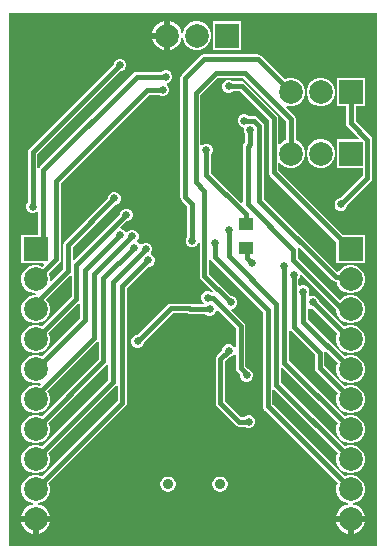
<source format=gbl>
G04*
G04 #@! TF.GenerationSoftware,Altium Limited,Altium Designer,23.7.1 (13)*
G04*
G04 Layer_Physical_Order=2*
G04 Layer_Color=8421376*
%FSLAX25Y25*%
%MOIN*%
G70*
G04*
G04 #@! TF.SameCoordinates,3E470AC7-ECF9-48F6-9F6D-68BDDA74D969*
G04*
G04*
G04 #@! TF.FilePolarity,Positive*
G04*
G01*
G75*
%ADD32R,0.04921X0.03937*%
%ADD40C,0.01575*%
%ADD41C,0.01500*%
%ADD42C,0.03543*%
%ADD43C,0.07874*%
%ADD44R,0.07874X0.07874*%
%ADD45R,0.07874X0.07874*%
%ADD46C,0.02677*%
G36*
X138678Y1204D02*
X16204D01*
X16204Y178796D01*
X138678D01*
X138678Y1204D01*
D02*
G37*
%LPC*%
G36*
X67740Y176103D02*
X66835Y175860D01*
X65709Y175210D01*
X64790Y174291D01*
X64140Y173166D01*
X63897Y172260D01*
X67740D01*
Y176103D01*
D02*
G37*
G36*
X93465Y175984D02*
X84016D01*
Y166535D01*
X93465D01*
Y175984D01*
D02*
G37*
G36*
X69740Y176103D02*
Y171260D01*
Y166417D01*
X70646Y166659D01*
X71772Y167309D01*
X72691Y168228D01*
X73341Y169354D01*
X73591Y170290D01*
X74109D01*
X74338Y169436D01*
X74960Y168359D01*
X75839Y167479D01*
X76917Y166857D01*
X78118Y166535D01*
X79362D01*
X80564Y166857D01*
X81641Y167479D01*
X82521Y168359D01*
X83143Y169436D01*
X83465Y170638D01*
Y171882D01*
X83143Y173083D01*
X82521Y174161D01*
X81641Y175040D01*
X80564Y175662D01*
X79362Y175984D01*
X78118D01*
X76917Y175662D01*
X75839Y175040D01*
X74960Y174161D01*
X74338Y173083D01*
X74109Y172230D01*
X73591D01*
X73341Y173166D01*
X72691Y174291D01*
X71772Y175210D01*
X70646Y175860D01*
X69740Y176103D01*
D02*
G37*
G36*
X67740Y170260D02*
X63897D01*
X64140Y169354D01*
X64790Y168228D01*
X65709Y167309D01*
X66835Y166659D01*
X67740Y166417D01*
Y170260D01*
D02*
G37*
G36*
X53572Y163543D02*
X52727D01*
X51945Y163220D01*
X51347Y162622D01*
X51024Y161840D01*
Y161562D01*
X22880Y133419D01*
X22532Y132898D01*
X22410Y132283D01*
X22410Y132283D01*
Y115574D01*
X22213Y115377D01*
X21890Y114596D01*
Y113750D01*
X22213Y112969D01*
X22812Y112371D01*
X23593Y112047D01*
X24439D01*
X25220Y112371D01*
X25453Y112604D01*
X25953Y112397D01*
Y104724D01*
X20276D01*
Y95276D01*
X27453D01*
X27644Y94814D01*
X27083Y94253D01*
X26824Y94402D01*
X25622Y94724D01*
X24378D01*
X23176Y94402D01*
X22099Y93780D01*
X21219Y92901D01*
X20598Y91824D01*
X20276Y90622D01*
Y89378D01*
X20598Y88176D01*
X21219Y87099D01*
X22099Y86220D01*
X23176Y85598D01*
X24378Y85276D01*
X24720D01*
X25003Y84776D01*
X24972Y84724D01*
X24378D01*
X23176Y84402D01*
X22099Y83780D01*
X21219Y82901D01*
X20598Y81824D01*
X20276Y80622D01*
Y79378D01*
X20598Y78176D01*
X21219Y77099D01*
X22099Y76219D01*
X23176Y75598D01*
X24378Y75276D01*
X25622D01*
X26824Y75598D01*
X27901Y76219D01*
X28780Y77099D01*
X29402Y78176D01*
X29724Y79378D01*
Y80622D01*
X29402Y81824D01*
X28780Y82901D01*
X28433Y83249D01*
X36477Y91293D01*
X36977Y91086D01*
Y84248D01*
X27019Y74290D01*
X26824Y74402D01*
X25622Y74724D01*
X24378D01*
X23176Y74402D01*
X22099Y73781D01*
X21219Y72901D01*
X20598Y71824D01*
X20276Y70622D01*
Y69378D01*
X20598Y68176D01*
X21219Y67099D01*
X22099Y66220D01*
X23176Y65598D01*
X24378Y65276D01*
X25622D01*
X26824Y65598D01*
X27901Y66220D01*
X28780Y67099D01*
X29402Y68176D01*
X29724Y69378D01*
Y70622D01*
X29402Y71824D01*
X29290Y72019D01*
X39233Y81962D01*
X39733Y81755D01*
Y77004D01*
X27019Y64290D01*
X26824Y64402D01*
X25622Y64724D01*
X24378D01*
X23176Y64402D01*
X22099Y63780D01*
X21219Y62901D01*
X20598Y61824D01*
X20276Y60622D01*
Y59378D01*
X20598Y58176D01*
X21219Y57099D01*
X22099Y56220D01*
X23176Y55598D01*
X24378Y55276D01*
X25622D01*
X26567Y55529D01*
X26825Y55080D01*
X26290Y54545D01*
X25622Y54724D01*
X24378D01*
X23176Y54402D01*
X22099Y53781D01*
X21219Y52901D01*
X20598Y51824D01*
X20276Y50622D01*
Y49378D01*
X20598Y48176D01*
X21219Y47099D01*
X22099Y46220D01*
X23176Y45598D01*
X24378Y45276D01*
X25622D01*
X26824Y45598D01*
X27901Y46220D01*
X28780Y47099D01*
X29402Y48176D01*
X29724Y49378D01*
Y50622D01*
X29402Y51824D01*
X28929Y52643D01*
X45532Y69246D01*
X45889Y69153D01*
X46032Y69055D01*
Y63303D01*
X27019Y44290D01*
X26824Y44402D01*
X25622Y44724D01*
X24378D01*
X23176Y44402D01*
X22099Y43780D01*
X21219Y42901D01*
X20598Y41824D01*
X20276Y40622D01*
Y39378D01*
X20598Y38176D01*
X21219Y37099D01*
X22099Y36219D01*
X23176Y35598D01*
X24378Y35276D01*
X25622D01*
X26824Y35598D01*
X27901Y36219D01*
X28780Y37099D01*
X29402Y38176D01*
X29724Y39378D01*
Y40622D01*
X29402Y41824D01*
X29290Y42019D01*
X48682Y61411D01*
X49039Y61319D01*
X49182Y61220D01*
Y56453D01*
X27019Y34290D01*
X26824Y34402D01*
X25622Y34724D01*
X24378D01*
X23176Y34402D01*
X22099Y33781D01*
X21219Y32901D01*
X20598Y31824D01*
X20276Y30622D01*
Y29378D01*
X20598Y28176D01*
X21219Y27099D01*
X22099Y26219D01*
X23176Y25598D01*
X24378Y25276D01*
X25622D01*
X26824Y25598D01*
X27901Y26219D01*
X28780Y27099D01*
X29402Y28176D01*
X29724Y29378D01*
Y30622D01*
X29402Y31824D01*
X29290Y32019D01*
X51816Y54545D01*
X52238Y54417D01*
X52316Y54359D01*
Y49586D01*
X27019Y24290D01*
X26824Y24402D01*
X25622Y24724D01*
X24378D01*
X23176Y24402D01*
X22099Y23780D01*
X21219Y22901D01*
X20598Y21824D01*
X20276Y20622D01*
Y19378D01*
X20598Y18176D01*
X21219Y17099D01*
X22099Y16219D01*
X23176Y15598D01*
X24030Y15369D01*
Y14851D01*
X23094Y14601D01*
X21969Y13951D01*
X21049Y13031D01*
X20399Y11906D01*
X20157Y11000D01*
X25000D01*
X29843D01*
X29601Y11906D01*
X28951Y13031D01*
X28031Y13951D01*
X26906Y14601D01*
X25970Y14851D01*
Y15369D01*
X26824Y15598D01*
X27901Y16219D01*
X28780Y17099D01*
X29402Y18176D01*
X29724Y19378D01*
Y20622D01*
X29402Y21824D01*
X29290Y22019D01*
X55057Y47786D01*
X55057Y47786D01*
X55405Y48307D01*
X55527Y48921D01*
X55527Y48921D01*
Y87037D01*
X62743Y94253D01*
X63021D01*
X63803Y94576D01*
X64401Y95174D01*
X64724Y95956D01*
Y96802D01*
X64401Y97583D01*
X63803Y98181D01*
X63618Y98258D01*
X63520Y98748D01*
X63613Y98841D01*
X63937Y99623D01*
Y100468D01*
X63613Y101250D01*
X63015Y101848D01*
X62234Y102172D01*
X61388D01*
X60607Y101848D01*
X60308Y101549D01*
X59718Y101666D01*
X59676Y101767D01*
X59078Y102365D01*
X58893Y102442D01*
X58796Y102932D01*
X58990Y103126D01*
X59314Y103908D01*
Y104754D01*
X58990Y105535D01*
X58392Y106133D01*
X57611Y106457D01*
X56765D01*
X55984Y106133D01*
X55584Y105733D01*
X55005Y105823D01*
X54952Y105951D01*
X54354Y106549D01*
X53572Y106873D01*
X53498D01*
X53306Y107335D01*
X55244Y109273D01*
X55684D01*
X56465Y109596D01*
X57063Y110194D01*
X57387Y110976D01*
Y111821D01*
X57063Y112603D01*
X56465Y113201D01*
X55684Y113524D01*
X54838D01*
X54057Y113201D01*
X53458Y112603D01*
X53135Y111821D01*
Y111705D01*
X37932Y96502D01*
X37432Y96710D01*
Y100910D01*
X51326Y114803D01*
X51604D01*
X52385Y115127D01*
X52983Y115725D01*
X53307Y116506D01*
Y117352D01*
X52983Y118133D01*
X52385Y118731D01*
X51604Y119055D01*
X50758D01*
X49977Y118731D01*
X49379Y118133D01*
X49055Y117352D01*
Y117074D01*
X34691Y102710D01*
X34343Y102189D01*
X34221Y101575D01*
X34221Y101575D01*
Y93578D01*
X30224Y89582D01*
X29724Y89789D01*
Y90622D01*
X29402Y91824D01*
X29327Y91955D01*
X33025Y95653D01*
X33025Y95653D01*
X33373Y96174D01*
X33495Y96789D01*
X33495Y96789D01*
Y122170D01*
X62870Y151544D01*
X66005D01*
X66201Y151347D01*
X66983Y151024D01*
X67828D01*
X68610Y151347D01*
X69208Y151945D01*
X69532Y152727D01*
Y153572D01*
X69208Y154354D01*
X68707Y154854D01*
X68833Y155310D01*
X68861Y155354D01*
X68927D01*
X69708Y155678D01*
X70306Y156276D01*
X70630Y157057D01*
Y157903D01*
X70306Y158685D01*
X69708Y159283D01*
X68927Y159606D01*
X68081D01*
X67300Y159283D01*
X67103Y159086D01*
X58662D01*
X58661Y159086D01*
X58047Y158964D01*
X57526Y158616D01*
X57526Y158616D01*
X26424Y127513D01*
X26121Y127061D01*
X25844Y127070D01*
X25621Y127144D01*
Y131618D01*
X53294Y159291D01*
X53572D01*
X54354Y159615D01*
X54952Y160213D01*
X55276Y160994D01*
Y161840D01*
X54952Y162622D01*
X54354Y163220D01*
X53572Y163543D01*
D02*
G37*
G36*
X120701Y157087D02*
X119457D01*
X118255Y156765D01*
X117178Y156143D01*
X116298Y155263D01*
X115676Y154186D01*
X115354Y152984D01*
Y151740D01*
X115676Y150539D01*
X116298Y149461D01*
X117178Y148582D01*
X118255Y147960D01*
X119457Y147638D01*
X120701D01*
X121902Y147960D01*
X122980Y148582D01*
X123859Y149461D01*
X124481Y150539D01*
X124803Y151740D01*
Y152984D01*
X124481Y154186D01*
X123859Y155263D01*
X122980Y156143D01*
X121902Y156765D01*
X120701Y157087D01*
D02*
G37*
G36*
X99055Y164991D02*
X99055Y164991D01*
X81102D01*
X80488Y164869D01*
X79967Y164521D01*
X79967Y164521D01*
X73668Y158222D01*
X73320Y157701D01*
X73198Y157087D01*
X73198Y157087D01*
Y117323D01*
X73198Y117323D01*
X73320Y116708D01*
X73668Y116188D01*
X75560Y114296D01*
Y104157D01*
X75363Y103960D01*
X75039Y103179D01*
Y102333D01*
X75363Y101552D01*
X75961Y100954D01*
X76743Y100630D01*
X77588D01*
X78370Y100954D01*
X78968Y101552D01*
X79178Y102059D01*
X79678Y101960D01*
Y91158D01*
X79678Y91158D01*
X79800Y90543D01*
X80148Y90022D01*
X84117Y86054D01*
X83928Y85535D01*
X83730Y85517D01*
X83537Y85710D01*
X82756Y86033D01*
X81910D01*
X81128Y85710D01*
X80530Y85112D01*
X80207Y84330D01*
Y83485D01*
X80530Y82703D01*
X81128Y82105D01*
X81151Y82096D01*
X81051Y81596D01*
X77122D01*
X76872Y81763D01*
X76272Y81883D01*
X70079D01*
X69479Y81763D01*
X68970Y81423D01*
X58964Y71417D01*
X58632D01*
X57851Y71094D01*
X57253Y70496D01*
X56929Y69714D01*
Y68868D01*
X57253Y68087D01*
X57851Y67489D01*
X58632Y67165D01*
X59478D01*
X60259Y67489D01*
X60857Y68087D01*
X61181Y68868D01*
Y69200D01*
X70728Y78747D01*
X75709D01*
X75959Y78580D01*
X76559Y78461D01*
X81632D01*
X81867Y78226D01*
X82648Y77902D01*
X83494D01*
X84275Y78226D01*
X84873Y78824D01*
X85180Y79565D01*
X85659Y79794D01*
X91701Y73751D01*
Y67375D01*
X91201Y67276D01*
X91172Y67346D01*
X90574Y67944D01*
X89793Y68268D01*
X88947D01*
X88166Y67944D01*
X87568Y67346D01*
X87244Y66565D01*
Y66286D01*
X85479Y64521D01*
X85131Y64000D01*
X85009Y63386D01*
X85009Y63386D01*
Y48819D01*
X85009Y48819D01*
X85131Y48204D01*
X85479Y47684D01*
X91778Y41384D01*
X91778Y41384D01*
X92299Y41036D01*
X92913Y40914D01*
X92913Y40914D01*
X94662D01*
X94859Y40717D01*
X95640Y40394D01*
X96486D01*
X97267Y40717D01*
X97865Y41315D01*
X98189Y42097D01*
Y42943D01*
X97865Y43724D01*
X97267Y44322D01*
X96486Y44646D01*
X95640D01*
X94859Y44322D01*
X94662Y44125D01*
X93578D01*
X88220Y49484D01*
Y62721D01*
X89515Y64016D01*
X89793D01*
X90574Y64339D01*
X91172Y64938D01*
X91201Y65008D01*
X91701Y64908D01*
Y60442D01*
X91701Y60442D01*
X91824Y59828D01*
X92172Y59307D01*
X93300Y58178D01*
Y57602D01*
X93624Y56820D01*
X94222Y56222D01*
X95003Y55899D01*
X95849D01*
X96631Y56222D01*
X97229Y56820D01*
X97552Y57602D01*
Y58448D01*
X97229Y59229D01*
X96631Y59827D01*
X95884Y60136D01*
X94913Y61107D01*
Y74416D01*
X94913Y74416D01*
X94791Y75030D01*
X94442Y75551D01*
X94442Y75551D01*
X90298Y79695D01*
X90490Y80158D01*
X90580D01*
X91362Y80481D01*
X91960Y81079D01*
X92283Y81861D01*
Y82706D01*
X91960Y83488D01*
X91362Y84086D01*
X90580Y84409D01*
X90302D01*
X82889Y91823D01*
Y96581D01*
X83389Y96733D01*
X83609Y96404D01*
X100757Y79256D01*
Y47638D01*
X100757Y47638D01*
X100879Y47023D01*
X101227Y46502D01*
X125710Y22019D01*
X125598Y21824D01*
X125276Y20622D01*
Y19378D01*
X125598Y18176D01*
X126219Y17099D01*
X127099Y16219D01*
X128176Y15598D01*
X129030Y15369D01*
Y14851D01*
X128094Y14601D01*
X126969Y13951D01*
X126049Y13031D01*
X125399Y11906D01*
X125157Y11000D01*
X130000D01*
X134843D01*
X134601Y11906D01*
X133951Y13031D01*
X133031Y13951D01*
X131906Y14601D01*
X130970Y14851D01*
Y15369D01*
X131824Y15598D01*
X132901Y16219D01*
X133781Y17099D01*
X134402Y18176D01*
X134724Y19378D01*
Y20622D01*
X134402Y21824D01*
X133781Y22901D01*
X132901Y23780D01*
X131824Y24402D01*
X130622Y24724D01*
X129378D01*
X128176Y24402D01*
X127981Y24290D01*
X103968Y48303D01*
Y53054D01*
X104468Y53261D01*
X125710Y32019D01*
X125598Y31824D01*
X125276Y30622D01*
Y29378D01*
X125598Y28176D01*
X126219Y27099D01*
X127099Y26219D01*
X128176Y25598D01*
X129378Y25276D01*
X130622D01*
X131824Y25598D01*
X132901Y26219D01*
X133781Y27099D01*
X134402Y28176D01*
X134724Y29378D01*
Y30622D01*
X134402Y31824D01*
X133781Y32901D01*
X132901Y33781D01*
X131824Y34402D01*
X130622Y34724D01*
X129378D01*
X128176Y34402D01*
X127981Y34290D01*
X106724Y55547D01*
Y60298D01*
X107224Y60505D01*
X125710Y42019D01*
X125598Y41824D01*
X125276Y40622D01*
Y39378D01*
X125598Y38176D01*
X126219Y37099D01*
X127099Y36219D01*
X128176Y35598D01*
X129378Y35276D01*
X130622D01*
X131824Y35598D01*
X132901Y36219D01*
X133781Y37099D01*
X134402Y38176D01*
X134724Y39378D01*
Y40622D01*
X134402Y41824D01*
X133781Y42901D01*
X132901Y43780D01*
X131824Y44402D01*
X130622Y44724D01*
X129378D01*
X128176Y44402D01*
X127981Y44290D01*
X109480Y62791D01*
Y72792D01*
X109623Y72891D01*
X109980Y72983D01*
X118079Y64884D01*
Y60315D01*
X118079Y60315D01*
X118202Y59701D01*
X118550Y59180D01*
X125710Y52019D01*
X125598Y51824D01*
X125276Y50622D01*
Y49378D01*
X125598Y48176D01*
X126219Y47099D01*
X127099Y46220D01*
X128176Y45598D01*
X129378Y45276D01*
X130622D01*
X131824Y45598D01*
X132901Y46220D01*
X133781Y47099D01*
X134402Y48176D01*
X134724Y49378D01*
Y50622D01*
X134402Y51824D01*
X133781Y52901D01*
X132901Y53781D01*
X131824Y54402D01*
X130622Y54724D01*
X129378D01*
X128176Y54402D01*
X127981Y54290D01*
X121291Y60980D01*
Y65549D01*
X121291Y65549D01*
X121245Y65777D01*
X121706Y66023D01*
X125710Y62019D01*
X125598Y61824D01*
X125276Y60622D01*
Y59378D01*
X125598Y58176D01*
X126219Y57099D01*
X127099Y56220D01*
X128176Y55598D01*
X129378Y55276D01*
X130622D01*
X131824Y55598D01*
X132901Y56220D01*
X133781Y57099D01*
X134402Y58176D01*
X134724Y59378D01*
Y60622D01*
X134402Y61824D01*
X133781Y62901D01*
X132901Y63780D01*
X131824Y64402D01*
X130622Y64724D01*
X129378D01*
X128176Y64402D01*
X127981Y64290D01*
X115779Y76492D01*
Y80168D01*
X116279Y80415D01*
X116900Y80158D01*
X117375D01*
X125638Y71894D01*
X125598Y71824D01*
X125276Y70622D01*
Y69378D01*
X125598Y68176D01*
X126219Y67099D01*
X127099Y66220D01*
X128176Y65598D01*
X129378Y65276D01*
X130622D01*
X131824Y65598D01*
X132901Y66220D01*
X133781Y67099D01*
X134402Y68176D01*
X134724Y69378D01*
Y70622D01*
X134402Y71824D01*
X133781Y72901D01*
X132901Y73781D01*
X131824Y74402D01*
X130622Y74724D01*
X129378D01*
X128176Y74402D01*
X127856Y74218D01*
X119449Y82625D01*
Y82706D01*
X119125Y83488D01*
X118527Y84086D01*
X117746Y84409D01*
X116900D01*
X116279Y84152D01*
X116234Y84174D01*
X115975Y84623D01*
X116299Y85404D01*
Y86250D01*
X115975Y87031D01*
X115377Y87629D01*
X114596Y87953D01*
X113750D01*
X113129Y87695D01*
X112629Y87943D01*
Y89938D01*
X112826Y90134D01*
X113150Y90916D01*
Y91353D01*
X113650Y91560D01*
X125140Y80070D01*
X125276Y79979D01*
Y79378D01*
X125598Y78176D01*
X126219Y77099D01*
X127099Y76219D01*
X128176Y75598D01*
X129378Y75276D01*
X130622D01*
X131824Y75598D01*
X132901Y76219D01*
X133781Y77099D01*
X134402Y78176D01*
X134724Y79378D01*
Y80622D01*
X134402Y81824D01*
X133781Y82901D01*
X132901Y83780D01*
X131824Y84402D01*
X130622Y84724D01*
X129378D01*
X128176Y84402D01*
X127099Y83780D01*
X126535Y83216D01*
X112578Y97173D01*
Y99836D01*
X112489Y100281D01*
X112950Y100527D01*
X123859Y89618D01*
X123859Y89618D01*
X124380Y89270D01*
X124995Y89148D01*
X124995Y89148D01*
X125337D01*
X125598Y88176D01*
X126219Y87099D01*
X127099Y86220D01*
X128176Y85598D01*
X129378Y85276D01*
X130622D01*
X131824Y85598D01*
X132901Y86220D01*
X133781Y87099D01*
X134402Y88176D01*
X134724Y89378D01*
Y90622D01*
X134402Y91824D01*
X133781Y92901D01*
X132901Y93780D01*
X131824Y94402D01*
X130622Y94724D01*
X129378D01*
X128176Y94402D01*
X127099Y93780D01*
X126219Y92901D01*
X126054Y92614D01*
X125466Y92553D01*
X101188Y116830D01*
Y140975D01*
X101188Y140975D01*
X101066Y141589D01*
X100718Y142110D01*
X100718Y142111D01*
X98862Y143966D01*
X98342Y144314D01*
X97727Y144436D01*
X97727Y144436D01*
X95972D01*
X95692Y144716D01*
X94911Y145039D01*
X94065D01*
X93284Y144716D01*
X92686Y144118D01*
X92362Y143336D01*
Y142490D01*
X92686Y141709D01*
X93284Y141111D01*
X94065Y140787D01*
X94185D01*
X94463Y140372D01*
X94331Y140053D01*
Y139208D01*
X94654Y138426D01*
X94851Y138230D01*
Y135606D01*
X94534Y135289D01*
X94186Y134768D01*
X94064Y134153D01*
X94064Y134153D01*
Y115607D01*
X93564Y115400D01*
X83495Y125468D01*
Y131670D01*
X83692Y131867D01*
X84016Y132648D01*
Y133494D01*
X83692Y134275D01*
X83094Y134873D01*
X82313Y135197D01*
X81467D01*
X80686Y134873D01*
X80452Y134640D01*
X79952Y134847D01*
Y151303D01*
X85704Y157056D01*
X94217D01*
X108473Y142799D01*
Y136351D01*
X108255Y136292D01*
X107178Y135670D01*
X106436Y134929D01*
X105936Y135124D01*
Y143701D01*
X105814Y144315D01*
X105466Y144836D01*
X105466Y144836D01*
X94836Y155466D01*
X94315Y155814D01*
X93701Y155936D01*
X93701Y155936D01*
X90771D01*
X90574Y156133D01*
X89793Y156457D01*
X88947D01*
X88166Y156133D01*
X87568Y155535D01*
X87244Y154754D01*
Y153908D01*
X87568Y153126D01*
X88166Y152528D01*
X88947Y152205D01*
X89793D01*
X90574Y152528D01*
X90771Y152725D01*
X93036D01*
X102725Y143036D01*
Y125669D01*
X102725Y125669D01*
X102847Y125055D01*
X103195Y124534D01*
X125276Y102454D01*
Y95276D01*
X134724D01*
Y104724D01*
X127546D01*
X105936Y126334D01*
Y128656D01*
X106436Y128851D01*
X107178Y128109D01*
X108255Y127487D01*
X109457Y127165D01*
X110701D01*
X111902Y127487D01*
X112980Y128109D01*
X113859Y128989D01*
X114481Y130066D01*
X114803Y131268D01*
Y132512D01*
X114481Y133713D01*
X113859Y134791D01*
X112980Y135670D01*
X111902Y136292D01*
X111684Y136351D01*
Y143465D01*
X111684Y143465D01*
X111562Y144079D01*
X111214Y144600D01*
X111214Y144600D01*
X108415Y147399D01*
X108674Y147848D01*
X109457Y147638D01*
X110701D01*
X111902Y147960D01*
X112980Y148582D01*
X113859Y149461D01*
X114481Y150539D01*
X114803Y151740D01*
Y152984D01*
X114481Y154186D01*
X113859Y155263D01*
X112980Y156143D01*
X111902Y156765D01*
X110701Y157087D01*
X109457D01*
X108255Y156765D01*
X108060Y156652D01*
X100190Y164521D01*
X99670Y164869D01*
X99568Y164890D01*
X99055Y164991D01*
D02*
G37*
G36*
X120701Y136614D02*
X119457D01*
X118255Y136292D01*
X117178Y135670D01*
X116298Y134791D01*
X115676Y133713D01*
X115354Y132512D01*
Y131268D01*
X115676Y130066D01*
X116298Y128989D01*
X117178Y128109D01*
X118255Y127487D01*
X119457Y127165D01*
X120701D01*
X121902Y127487D01*
X122980Y128109D01*
X123859Y128989D01*
X124481Y130066D01*
X124803Y131268D01*
Y132512D01*
X124481Y133713D01*
X123859Y134791D01*
X122980Y135670D01*
X121902Y136292D01*
X120701Y136614D01*
D02*
G37*
G36*
X134803Y157087D02*
X125354D01*
Y147638D01*
X128473D01*
Y141991D01*
X128473Y141991D01*
X128595Y141376D01*
X128943Y140856D01*
X132723Y137076D01*
X132531Y136614D01*
X125354D01*
Y127165D01*
X133985D01*
Y124445D01*
X126627Y117087D01*
X126349D01*
X125567Y116763D01*
X124969Y116165D01*
X124646Y115384D01*
Y114538D01*
X124969Y113756D01*
X125567Y113158D01*
X126349Y112835D01*
X127194D01*
X127976Y113158D01*
X128574Y113756D01*
X128898Y114538D01*
Y114816D01*
X136726Y122644D01*
X136726Y122644D01*
X137074Y123165D01*
X137196Y123779D01*
X137196Y123780D01*
Y136479D01*
X137196Y136479D01*
X137074Y137093D01*
X136726Y137614D01*
X136726Y137615D01*
X131684Y142656D01*
Y147638D01*
X134803D01*
Y157087D01*
D02*
G37*
G36*
X86794Y24213D02*
X86120D01*
X85469Y24038D01*
X84885Y23701D01*
X84409Y23225D01*
X84072Y22641D01*
X83898Y21991D01*
Y21317D01*
X84072Y20666D01*
X84409Y20082D01*
X84885Y19606D01*
X85469Y19269D01*
X86120Y19094D01*
X86794D01*
X87444Y19269D01*
X88028Y19606D01*
X88504Y20082D01*
X88841Y20666D01*
X89016Y21317D01*
Y21991D01*
X88841Y22641D01*
X88504Y23225D01*
X88028Y23701D01*
X87444Y24038D01*
X86794Y24213D01*
D02*
G37*
G36*
X69471D02*
X68797D01*
X68146Y24038D01*
X67563Y23701D01*
X67086Y23225D01*
X66749Y22641D01*
X66575Y21991D01*
Y21317D01*
X66749Y20666D01*
X67086Y20082D01*
X67563Y19606D01*
X68146Y19269D01*
X68797Y19094D01*
X69471D01*
X70122Y19269D01*
X70705Y19606D01*
X71182Y20082D01*
X71518Y20666D01*
X71693Y21317D01*
Y21991D01*
X71518Y22641D01*
X71182Y23225D01*
X70705Y23701D01*
X70122Y24038D01*
X69471Y24213D01*
D02*
G37*
G36*
X134843Y9000D02*
X131000D01*
Y5157D01*
X131906Y5399D01*
X133031Y6049D01*
X133951Y6969D01*
X134601Y8094D01*
X134843Y9000D01*
D02*
G37*
G36*
X29843D02*
X26000D01*
Y5157D01*
X26906Y5399D01*
X28031Y6049D01*
X28951Y6969D01*
X29601Y8094D01*
X29843Y9000D01*
D02*
G37*
G36*
X129000D02*
X125157D01*
X125399Y8094D01*
X126049Y6969D01*
X126969Y6049D01*
X128094Y5399D01*
X129000Y5157D01*
Y9000D01*
D02*
G37*
G36*
X24000D02*
X20157D01*
X20399Y8094D01*
X21049Y6969D01*
X21969Y6049D01*
X23094Y5399D01*
X24000Y5157D01*
Y9000D01*
D02*
G37*
%LPD*%
D32*
X95276Y108268D02*
D03*
Y100394D02*
D03*
D40*
X86614Y48819D02*
Y63386D01*
X89370Y66142D01*
X96457Y134941D02*
Y139631D01*
X97727Y142831D02*
X99583Y140975D01*
Y116165D02*
X124995Y90753D01*
X99583Y116165D02*
Y140975D01*
X38583Y94882D02*
X55099Y111398D01*
X55261D01*
X95426Y58025D02*
Y58323D01*
X93307Y60442D02*
X95426Y58323D01*
X93307Y60442D02*
Y74416D01*
X62205Y153150D02*
X67405D01*
X31890Y122835D02*
X62205Y153150D01*
X27559Y126378D02*
X58661Y157480D01*
X68504D01*
X94488Y142913D02*
X94571Y142831D01*
X97727D01*
X95669Y134153D02*
X96457Y134941D01*
X95669Y115139D02*
Y134153D01*
X84004Y83719D02*
X93307Y74416D01*
X82521Y83719D02*
X84004D01*
X81283Y91158D02*
X90158Y82284D01*
X81283Y91158D02*
Y119504D01*
X82333Y83908D02*
X82521Y83719D01*
X119685Y60315D02*
X130000Y50000D01*
X111024Y74210D02*
X119685Y65549D01*
Y60315D02*
Y65549D01*
X84744Y97539D02*
Y101870D01*
X84646Y101969D02*
X84744Y101870D01*
Y97539D02*
X102362Y79921D01*
X81890Y124803D02*
Y133071D01*
X95017Y108526D02*
Y111676D01*
Y108526D02*
X95276Y108268D01*
X81890Y124803D02*
X95017Y111676D01*
X124995Y90753D02*
X129247D01*
X110972Y96508D02*
Y99836D01*
X95669Y115139D02*
X110972Y99836D01*
X126275Y81205D02*
X128795D01*
X110972Y96508D02*
X126275Y81205D01*
X128795D02*
X130000Y80000D01*
X129247Y90753D02*
X130000Y90000D01*
X77165Y102756D02*
Y114961D01*
X74803Y117323D02*
X77165Y114961D01*
X74803Y117323D02*
Y157087D01*
X81102Y163386D02*
X99055D01*
X74803Y157087D02*
X81102Y163386D01*
X99055D02*
X110079Y152362D01*
X78347Y151969D02*
X85039Y158661D01*
X94882D02*
X110079Y143465D01*
X89370Y154331D02*
X93701D01*
X85039Y158661D02*
X94882D01*
X78347Y122441D02*
Y151969D01*
Y122441D02*
X81283Y119504D01*
X104331Y125669D02*
Y143701D01*
X93701Y154331D02*
X104331Y143701D01*
Y125669D02*
X130000Y100000D01*
X110079Y131890D02*
Y143465D01*
X95276Y100394D02*
X95358Y100312D01*
Y96949D02*
Y100312D01*
X97031Y95276D02*
X97244D01*
X95358Y96949D02*
X97031Y95276D01*
X89370Y97638D02*
X105118Y81890D01*
Y54882D02*
Y81890D01*
X89370Y97638D02*
Y106299D01*
X102362Y47638D02*
Y79921D01*
X111024Y74210D02*
Y91339D01*
X102362Y47638D02*
X130000Y20000D01*
X105118Y54882D02*
X130000Y30000D01*
X107874Y62126D02*
X130000Y40000D01*
X107874Y62126D02*
Y94488D01*
X114173Y75827D02*
Y85827D01*
Y75827D02*
X130000Y60000D01*
Y61705D01*
X117323Y82284D02*
X117520D01*
X129803Y70000D01*
X130000D01*
X53921Y48921D02*
Y87702D01*
X62598Y96379D01*
X25000Y20000D02*
X53921Y48921D01*
X25000Y30000D02*
X50787Y55787D01*
Y89022D01*
X61811Y100046D01*
X25000Y40000D02*
X47638Y62638D01*
Y90326D02*
X57874Y100563D01*
X47638Y62638D02*
Y90326D01*
X25000Y50984D02*
X44488Y70472D01*
Y91631D02*
X57188Y104331D01*
X44488Y70472D02*
Y91631D01*
X41339Y92936D02*
X53150Y104747D01*
X25503Y60503D02*
X41339Y76339D01*
Y92936D01*
X25101Y90000D02*
X31890Y96789D01*
Y122835D01*
X25000Y100000D02*
X27559Y102559D01*
Y126378D01*
X24016Y114173D02*
Y132283D01*
X53150Y161417D01*
X25000Y60000D02*
X25503Y60503D01*
X25000Y70000D02*
X38583Y83583D01*
Y94882D01*
X26836Y83923D02*
X35827Y92913D01*
Y101575D01*
X51181Y116929D01*
X25000Y81705D02*
X26836Y83541D01*
X25000Y80000D02*
Y81705D01*
X26836Y83541D02*
Y83923D01*
X25000Y50000D02*
Y50984D01*
Y90000D02*
X25101D01*
X135591Y123779D02*
Y136479D01*
X130079Y141991D02*
X135591Y136479D01*
X126772Y114961D02*
X135591Y123779D01*
X130079Y141991D02*
Y152362D01*
X92913Y42520D02*
X96063D01*
X86614Y48819D02*
X92913Y42520D01*
D41*
X76559Y80028D02*
X83071D01*
X76272Y80315D02*
X76559Y80028D01*
X70079Y80315D02*
X76272D01*
X59055Y69291D02*
X70079Y80315D01*
X77015Y171260D02*
X78740D01*
D42*
X69134Y21654D02*
D03*
X86457D02*
D03*
D43*
X130000Y10000D02*
D03*
Y20000D02*
D03*
Y30000D02*
D03*
Y40000D02*
D03*
Y50000D02*
D03*
Y60000D02*
D03*
Y70000D02*
D03*
Y80000D02*
D03*
Y90000D02*
D03*
X25000D02*
D03*
Y80000D02*
D03*
Y70000D02*
D03*
Y60000D02*
D03*
Y50000D02*
D03*
Y40000D02*
D03*
Y30000D02*
D03*
Y20000D02*
D03*
Y10000D02*
D03*
X120079Y131890D02*
D03*
X110079D02*
D03*
X120079Y152362D02*
D03*
X110079D02*
D03*
X78740Y171260D02*
D03*
X68740D02*
D03*
D44*
X130000Y100000D02*
D03*
X25000D02*
D03*
D45*
X130079Y131890D02*
D03*
Y152362D02*
D03*
X88740Y171260D02*
D03*
D46*
X89370Y66142D02*
D03*
X77165Y98819D02*
D03*
X96457Y139631D02*
D03*
X55261Y111398D02*
D03*
X83071Y80028D02*
D03*
X57087Y53937D02*
D03*
X95426Y58025D02*
D03*
X67405Y153150D02*
D03*
X68504Y157480D02*
D03*
X94488Y142913D02*
D03*
X59055Y69291D02*
D03*
X90158Y82284D02*
D03*
X84646Y101969D02*
D03*
X89370Y154331D02*
D03*
X77165Y102756D02*
D03*
X81890Y133071D02*
D03*
X97244Y95276D02*
D03*
X89370Y106299D02*
D03*
X116142Y61811D02*
D03*
X117323Y82284D02*
D03*
X107874Y94488D02*
D03*
X114173Y85827D02*
D03*
X111024Y91339D02*
D03*
X24016Y114173D02*
D03*
X19685Y120079D02*
D03*
X59055Y141339D02*
D03*
X53150Y161417D02*
D03*
X51181Y116929D02*
D03*
X126772Y114961D02*
D03*
X96457Y62205D02*
D03*
X96063Y46457D02*
D03*
X91339Y51968D02*
D03*
X82333Y83908D02*
D03*
X62598Y96379D02*
D03*
X61811Y100046D02*
D03*
X57874Y100563D02*
D03*
X57188Y104331D02*
D03*
X53150Y104747D02*
D03*
X96063Y42520D02*
D03*
X84095Y40000D02*
D03*
X47835Y164370D02*
D03*
M02*

</source>
